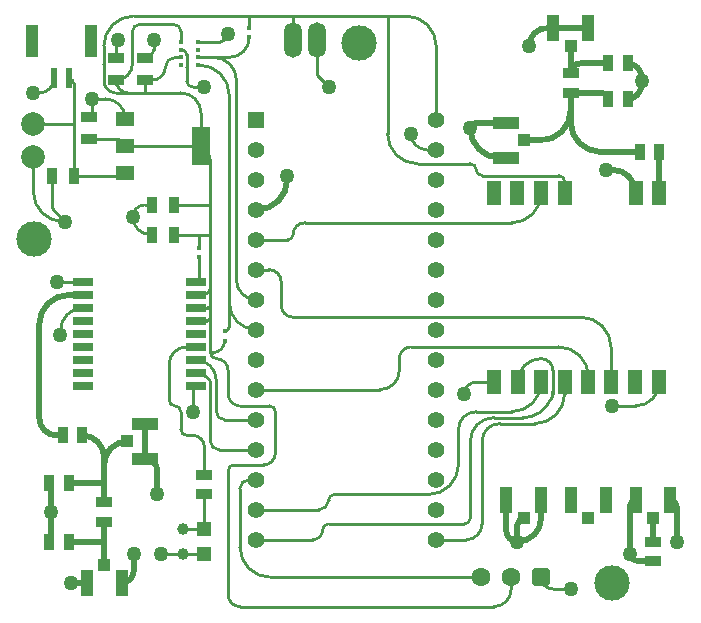
<source format=gbr>
G04*
G04 #@! TF.GenerationSoftware,Altium Limited,Altium Designer,24.6.1 (21)*
G04*
G04 Layer_Physical_Order=1*
G04 Layer_Color=255*
%FSLAX25Y25*%
%MOIN*%
G70*
G04*
G04 #@! TF.SameCoordinates,FB6864B3-348A-4B3C-8FDE-2C751703143F*
G04*
G04*
G04 #@! TF.FilePolarity,Positive*
G04*
G01*
G75*
%ADD11C,0.01000*%
%ADD21R,0.05000X0.07874*%
%ADD22R,0.01772X0.01772*%
%ADD23R,0.05315X0.03347*%
%ADD24R,0.05512X0.03740*%
%ADD25O,0.05906X0.11811*%
%ADD26R,0.03937X0.04134*%
%ADD27R,0.04134X0.08661*%
%ADD28R,0.03347X0.05315*%
%ADD29R,0.05906X0.04724*%
%ADD30R,0.05906X0.12992*%
%ADD31R,0.04134X0.03937*%
%ADD32R,0.08661X0.04134*%
%ADD33R,0.03740X0.05512*%
%ADD34R,0.04724X0.04724*%
%ADD35R,0.03937X0.10630*%
%ADD36R,0.02362X0.06693*%
%ADD41R,0.07087X0.02756*%
%ADD42R,0.07087X0.03150*%
%ADD46R,0.01378X0.01378*%
%ADD55R,0.05567X0.05567*%
%ADD56C,0.05567*%
%ADD58C,0.01968*%
%ADD59C,0.03937*%
%ADD60C,0.07874*%
%ADD61C,0.11811*%
G04:AMPARAMS|DCode=62|XSize=62.99mil|YSize=62.99mil|CornerRadius=15.75mil|HoleSize=0mil|Usage=FLASHONLY|Rotation=180.000|XOffset=0mil|YOffset=0mil|HoleType=Round|Shape=RoundedRectangle|*
%AMROUNDEDRECTD62*
21,1,0.06299,0.03150,0,0,180.0*
21,1,0.03150,0.06299,0,0,180.0*
1,1,0.03150,-0.01575,0.01575*
1,1,0.03150,0.01575,0.01575*
1,1,0.03150,0.01575,-0.01575*
1,1,0.03150,-0.01575,-0.01575*
%
%ADD62ROUNDEDRECTD62*%
%ADD63C,0.06299*%
%ADD64C,0.05000*%
D11*
X7874Y142283D02*
G03*
X17874Y132283I10000J0D01*
G01*
X103199Y36270D02*
G03*
X106299Y39370I0J3100D01*
G01*
X108268Y41339D02*
G03*
X106299Y39370I0J-1969D01*
G01*
X155512Y68898D02*
G03*
X149606Y62992I0J-5906D01*
G01*
X139606Y41339D02*
G03*
X149606Y51339I0J10000D01*
G01*
X167349Y68898D02*
G03*
X177213Y78762I0J9865D01*
G01*
X161417Y66929D02*
G03*
X153543Y59055I0J-7874D01*
G01*
X163386Y64961D02*
G03*
X157480Y59055I0J-5906D01*
G01*
X175039Y64961D02*
G03*
X185039Y74961I0J10000D01*
G01*
X171102Y66929D02*
G03*
X180213Y72807I0J10000D01*
G01*
X180886Y74294D02*
G03*
X181001Y74825I-1173J531D01*
G01*
X181003Y75509D02*
G03*
X181001Y75442I998J-71D01*
G01*
X181102Y82677D02*
G03*
X177165Y86614I-3937J0D01*
G01*
X181100Y76858D02*
G03*
X181102Y76929I-998J71D01*
G01*
X62008Y112222D02*
G03*
X62992Y113206I0J984D01*
G01*
X44980Y137795D02*
G03*
X41043Y133858I0J-3937D01*
G01*
D02*
G03*
X46949Y127953I5906J0D01*
G01*
X208709Y70866D02*
G03*
X216583Y78740I0J7874D01*
G01*
X133858Y161417D02*
G03*
X139006Y156270I5148J0D01*
G01*
X57087Y195669D02*
G03*
X54724Y198031I-2362J0D01*
G01*
X41390Y200787D02*
G03*
X31390Y190787I0J-10000D01*
G01*
X43307Y198031D02*
G03*
X40945Y195669I0J-2362D01*
G01*
X35433Y179429D02*
G03*
X39665Y175197I4232J0D01*
G01*
X31496Y179134D02*
G03*
X35433Y175197I3937J0D01*
G01*
Y179429D02*
G03*
X40945Y184941I0J5512D01*
G01*
X55118Y187008D02*
G03*
X51968Y183858I0J-3150D01*
G01*
X47539Y179429D02*
G03*
X51968Y183858I0J4429D01*
G01*
X66929Y88583D02*
G03*
X68898Y86614I1969J0D01*
G01*
X67716Y88583D02*
G03*
X71653Y92520I0J3937D01*
G01*
X185087Y145621D02*
G03*
X183071Y147638I-2017J0D01*
G01*
X125984Y161575D02*
G03*
X135984Y151575I10000J0D01*
G01*
X155512Y149606D02*
G03*
X153543Y151575I-1969J0D01*
G01*
X155512Y149606D02*
G03*
X157480Y147638I1969J0D01*
G01*
X31496Y184153D02*
G03*
X31449Y184456I-1000J0D01*
G01*
X31390Y184843D02*
G03*
X31449Y184456I1287J0D01*
G01*
X38583Y157480D02*
G03*
X36319Y159744I-2264J0D01*
G01*
X66929Y152362D02*
G03*
X61811Y157480I-5118J0D01*
G01*
X63779Y168504D02*
G03*
X57087Y175197I-6693J0D01*
G01*
X84646Y51181D02*
G03*
X88583Y55118I0J3937D01*
G01*
X72835Y74803D02*
G03*
X76772Y70866I3937J0D01*
G01*
X88583Y68898D02*
G03*
X86614Y70866I-1969J0D01*
G01*
X72835Y82677D02*
G03*
X68898Y86614I-3937J0D01*
G01*
X74803Y51181D02*
G03*
X72835Y49213I0J-1969D01*
G01*
X65765Y99229D02*
G03*
X66929Y100394I0J1164D01*
G01*
X66158Y103560D02*
G03*
X66929Y104331I0J771D01*
G01*
X64584Y107891D02*
G03*
X66929Y110236I0J2345D01*
G01*
X72835Y7874D02*
G03*
X76772Y3937I3937J0D01*
G01*
X161417D02*
G03*
X167165Y9685I0J5748D01*
G01*
X142205Y190787D02*
G03*
X132205Y200787I-10000J0D01*
G01*
X36220Y192913D02*
G03*
X35433Y192126I0J-787D01*
G01*
X45276Y186713D02*
G03*
X48031Y189469I0J2756D01*
G01*
X24606Y103560D02*
G03*
X16929Y95883I0J-7677D01*
G01*
X73228Y105246D02*
G03*
X82205Y96270I8976J0D01*
G01*
X71653Y95669D02*
G03*
X73228Y97244I0J1575D01*
G01*
X75590Y179528D02*
G03*
X68110Y187008I-7480J0D01*
G01*
X73228D02*
G03*
X79921Y193701I0J6693D01*
G01*
X152254Y26270D02*
G03*
X157480Y31496I0J5226D01*
G01*
X151575D02*
G03*
X153543Y33465I0J1969D01*
G01*
X192961Y80551D02*
G03*
X182961Y90551I-10000J0D01*
G01*
X155542Y78770D02*
G03*
X151575Y74803I0J-3967D01*
G01*
X177165Y86614D02*
G03*
X169339Y78788I0J-7826D01*
G01*
X123514Y76270D02*
G03*
X129921Y82677I0J6408D01*
G01*
X200461Y90394D02*
G03*
X190461Y100394I-10000J0D01*
G01*
X167341Y131890D02*
G03*
X177213Y141762I0J9872D01*
G01*
X70079Y192126D02*
G03*
X72835Y194882I0J2756D01*
G01*
X58937Y188272D02*
G03*
X57276Y189558I-1850J-673D01*
G01*
X38583Y166535D02*
G03*
X31890Y173228I-6693J0D01*
G01*
X26377Y167028D02*
G03*
X27559Y168210I0J1182D01*
G01*
X98425Y131890D02*
G03*
X94488Y127953I0J-3937D01*
G01*
X92805Y126270D02*
G03*
X94488Y127953I0J1683D01*
G01*
X90551Y104331D02*
G03*
X94488Y100394I3937J0D01*
G01*
X59055Y179134D02*
G03*
X61024Y177165I1969J0D01*
G01*
X37795Y147638D02*
G03*
X38583Y148425I0J787D01*
G01*
X73228Y174449D02*
G03*
X63228Y184449I-10000J0D01*
G01*
X75590Y112884D02*
G03*
X82205Y106270I6614J0D01*
G01*
X59058Y183650D02*
G03*
X59055Y183575I997J-80D01*
G01*
X59063Y187697D02*
G03*
X58985Y188137I-1287J0D01*
G01*
X59058Y183650D02*
G03*
X59063Y183760I-1283J110D01*
G01*
X57087Y68898D02*
G03*
X55118Y70866I-1969J0D01*
G01*
X62008Y77576D02*
G03*
X61024Y76591I0J-984D01*
G01*
X59072Y90568D02*
G03*
X53150Y84646I0J-5922D01*
G01*
Y72835D02*
G03*
X55118Y70866I1969J0D01*
G01*
X90551Y112205D02*
G03*
X86486Y116270I-4065J0D01*
G01*
X66929Y59055D02*
G03*
X69715Y56270I2785J0D01*
G01*
X68898Y68898D02*
G03*
X71526Y66270I2628J0D01*
G01*
X68898Y79347D02*
G03*
X62008Y86237I-6890J0D01*
G01*
X66929Y76985D02*
G03*
X66925Y77082I-1000J0D01*
G01*
X66839Y78954D02*
G03*
X66276Y80018I-1287J0D01*
G01*
X66839Y78012D02*
G03*
X66843Y77920I1000J5D01*
G01*
X64961Y57087D02*
G03*
X61024Y61024I-3937J0D01*
G01*
X57087Y62992D02*
G03*
X59055Y61024I1969J0D01*
G01*
X79734Y46270D02*
G03*
X76772Y43307I0J-2963D01*
G01*
Y23779D02*
G03*
X86772Y13780I10000J0D01*
G01*
X101073Y26270D02*
G03*
X104331Y29528I0J3258D01*
G01*
X106299Y31496D02*
G03*
X104331Y29528I0J-1969D01*
G01*
X9939Y175197D02*
G03*
X14762Y180020I0J4823D01*
G01*
X21358Y178345D02*
G03*
X19683Y180020I-1675J0D01*
G01*
X133858Y90551D02*
G03*
X129921Y86614I0J-3937D01*
G01*
X177165Y13780D02*
G03*
X181102Y9843I3937J0D01*
G01*
X64961Y29921D02*
Y29921D01*
X57874Y29921D02*
X64961D01*
X50394Y21654D02*
X57874D01*
X64961D01*
Y29921D02*
Y41339D01*
X17874Y132283D02*
X18504D01*
X7874Y142283D02*
Y153937D01*
X21358Y164961D02*
Y178345D01*
Y147638D02*
Y164961D01*
X7874D02*
X21358D01*
X14075Y136713D02*
Y147638D01*
Y136713D02*
X18504Y132283D01*
X82205Y36270D02*
X103199D01*
X106299Y39370D02*
Y39370D01*
X108268Y41339D02*
X139606D01*
X149606Y51339D02*
Y62992D01*
X155512Y68898D02*
X167349D01*
X163386Y64961D02*
X175039D01*
X185039Y74961D02*
Y78740D01*
X181001Y74825D02*
Y75442D01*
X181102Y76929D02*
Y82677D01*
X181003Y75509D02*
X181100Y76858D01*
X180213Y72807D02*
X180886Y74294D01*
X161417Y66929D02*
X171102D01*
X62992Y127953D02*
X66929D01*
X54823D02*
X62992D01*
Y123622D02*
Y127953D01*
Y113206D02*
Y120473D01*
X46949Y127953D02*
X47539D01*
X44980Y137795D02*
X47539D01*
X66929Y127953D02*
Y137795D01*
Y110236D02*
Y127953D01*
Y137795D02*
Y152362D01*
X54823Y137795D02*
X66929D01*
X200787Y70866D02*
X208709D01*
X139006Y156270D02*
X142205D01*
X102362Y181102D02*
Y192913D01*
Y181102D02*
X106299Y177165D01*
X94488Y200787D02*
X125984D01*
X79921D02*
X94488D01*
Y192913D02*
Y200787D01*
X57087Y192126D02*
Y195669D01*
X43307Y198031D02*
X54724D01*
X40945Y184941D02*
Y195669D01*
X55118Y187008D02*
X57087D01*
X45276Y179429D02*
X47539D01*
X66929Y88583D02*
X67716D01*
X66929D02*
Y100394D01*
X41390Y200787D02*
X79921D01*
Y196850D02*
Y200787D01*
X185087Y141762D02*
Y145621D01*
X142205Y166270D02*
Y190787D01*
X157480Y147638D02*
X183071D01*
X135984Y151575D02*
X153543D01*
X35433Y175197D02*
X39665D01*
X31390Y184843D02*
Y190787D01*
X39665Y175197D02*
X45276D01*
Y179429D01*
X31496Y179134D02*
Y184153D01*
X63779Y157480D02*
Y168504D01*
X38583Y157480D02*
X61811D01*
X63779D01*
X26377Y159744D02*
X36319D01*
X45276Y175197D02*
X57087D01*
X74803Y51181D02*
X84646D01*
X76772Y70866D02*
X86614D01*
X88583Y55118D02*
Y68898D01*
X72835Y74803D02*
Y82677D01*
X62008Y99229D02*
X65765D01*
X66929Y100394D02*
Y104331D01*
X62008Y103560D02*
X66158D01*
X66929Y104331D02*
Y110236D01*
X62008Y107891D02*
X64584D01*
X76772Y3937D02*
X161417D01*
X167165Y9685D02*
Y13780D01*
X125984Y200787D02*
X132205D01*
X125984Y161575D02*
Y200787D01*
X72835Y7874D02*
Y49213D01*
X35433Y186713D02*
Y192126D01*
X48031Y189469D02*
Y192913D01*
X16929Y94488D02*
Y95883D01*
X73228Y105246D02*
Y174449D01*
Y97244D02*
Y105246D01*
X62795Y187008D02*
X68110D01*
X73228D01*
X153543Y33465D02*
Y59055D01*
X133858Y90551D02*
X182961D01*
X192961Y78770D02*
Y80551D01*
X200461Y78770D02*
Y90394D01*
X129921Y82677D02*
Y86614D01*
X169339Y78740D02*
Y78788D01*
X155542Y78770D02*
X161465D01*
X142205Y26270D02*
X152254D01*
X157480Y31496D02*
Y59055D01*
X94488Y100394D02*
X190461D01*
X98425Y131890D02*
X167341D01*
X57087Y189567D02*
X57276Y189558D01*
X27559Y173228D02*
X31890D01*
X27559Y168210D02*
Y173228D01*
X82205Y126270D02*
X92805D01*
X24606Y112205D02*
Y112222D01*
X59055Y179134D02*
Y183575D01*
X21358Y147638D02*
X37795D01*
X61024Y177165D02*
X64961D01*
X62795Y192126D02*
X70079D01*
X62795Y184449D02*
X63228D01*
X75590Y112884D02*
Y179528D01*
X59063Y183760D02*
Y187697D01*
X58936Y188272D02*
X58985Y188137D01*
X15748Y112205D02*
X24606D01*
X53150Y72835D02*
Y84646D01*
X59072Y90568D02*
X62008D01*
Y81906D02*
X65051Y80853D01*
X82205Y116270D02*
X86486D01*
X90551Y104331D02*
Y112205D01*
X66929Y59055D02*
Y76985D01*
X66839Y78012D02*
Y78012D01*
Y78954D01*
X68898Y68898D02*
Y79347D01*
X71526Y66270D02*
X82205D01*
X64961Y47835D02*
Y57087D01*
X65051Y80853D02*
X66276Y80018D01*
X66843Y77920D02*
X66925Y77082D01*
X61024Y68898D02*
Y76591D01*
X57087Y62992D02*
Y68898D01*
X59055Y61024D02*
X61024D01*
X69715Y56270D02*
X82205D01*
X79734Y46270D02*
X82205D01*
X76772Y23779D02*
Y43307D01*
X86772Y13780D02*
X157165D01*
X82205Y26270D02*
X101073D01*
X7874Y175197D02*
X9939D01*
X106299Y31496D02*
X151575D01*
X82205Y76270D02*
X123514D01*
X181102Y9843D02*
X187008D01*
D21*
X185087Y141762D02*
D03*
X185039Y78740D02*
D03*
X200461Y78770D02*
D03*
X192961D02*
D03*
X177213Y78762D02*
D03*
X169339Y78740D02*
D03*
X216583D02*
D03*
X161465Y78770D02*
D03*
X208709Y141762D02*
D03*
X208459Y78762D02*
D03*
X161465Y141770D02*
D03*
X168965D02*
D03*
X177213Y141762D02*
D03*
X216583D02*
D03*
D22*
X62992Y123622D02*
D03*
Y120473D02*
D03*
X71653Y95669D02*
D03*
Y92520D02*
D03*
X79921Y196850D02*
D03*
Y193701D02*
D03*
D23*
X64961Y41339D02*
D03*
Y47835D02*
D03*
X187008Y181693D02*
D03*
Y175197D02*
D03*
X31496Y32185D02*
D03*
Y38681D02*
D03*
X214567Y19094D02*
D03*
Y25591D02*
D03*
D24*
X26377Y159744D02*
D03*
Y167028D02*
D03*
X45276Y186713D02*
D03*
Y179429D02*
D03*
X35433Y186713D02*
D03*
Y179429D02*
D03*
D25*
X102362Y192913D02*
D03*
X94488D02*
D03*
D26*
X187008Y190847D02*
D03*
X171358Y33366D02*
D03*
X192913D02*
D03*
X214469D02*
D03*
X31496Y17815D02*
D03*
D27*
X192815Y196850D02*
D03*
X181201D02*
D03*
X177165Y39370D02*
D03*
X165551D02*
D03*
X198721D02*
D03*
X187106D02*
D03*
X208661D02*
D03*
X220276D02*
D03*
X37303Y11811D02*
D03*
X25689D02*
D03*
D28*
X206004Y185039D02*
D03*
X199508D02*
D03*
X206004Y173228D02*
D03*
X199508D02*
D03*
X210039Y155512D02*
D03*
X216535D02*
D03*
X13189Y45276D02*
D03*
X19685D02*
D03*
Y25591D02*
D03*
X13189D02*
D03*
X17717Y61024D02*
D03*
X24213D02*
D03*
D29*
X38583Y166535D02*
D03*
Y157480D02*
D03*
Y148425D02*
D03*
D30*
X63779Y157480D02*
D03*
D31*
X171358Y159350D02*
D03*
X39272Y59055D02*
D03*
D32*
X165354Y165157D02*
D03*
Y153543D02*
D03*
X45276Y64862D02*
D03*
Y53248D02*
D03*
D33*
X54823Y137795D02*
D03*
X47539D02*
D03*
X21358Y147638D02*
D03*
X14075D02*
D03*
X54823Y127953D02*
D03*
X47539D02*
D03*
D34*
X64961Y29921D02*
D03*
Y21654D02*
D03*
D35*
X26967Y192618D02*
D03*
X7478D02*
D03*
D36*
X19683Y180020D02*
D03*
X14762D02*
D03*
D41*
X62008Y77576D02*
D03*
Y112222D02*
D03*
X24606D02*
D03*
Y77576D02*
D03*
D42*
X62008Y81906D02*
D03*
Y86237D02*
D03*
Y90568D02*
D03*
Y94899D02*
D03*
Y99229D02*
D03*
Y103560D02*
D03*
Y107891D02*
D03*
X24606D02*
D03*
Y103560D02*
D03*
Y99229D02*
D03*
Y94899D02*
D03*
Y90568D02*
D03*
Y86237D02*
D03*
Y81906D02*
D03*
D46*
X57087Y192126D02*
D03*
Y189567D02*
D03*
Y187008D02*
D03*
Y184449D02*
D03*
X62795D02*
D03*
Y187008D02*
D03*
Y189567D02*
D03*
Y192126D02*
D03*
D55*
X82205Y166270D02*
D03*
D56*
Y156270D02*
D03*
Y146270D02*
D03*
Y136270D02*
D03*
Y126270D02*
D03*
Y116270D02*
D03*
Y106270D02*
D03*
Y96270D02*
D03*
Y86270D02*
D03*
Y76270D02*
D03*
Y66270D02*
D03*
Y56270D02*
D03*
Y46270D02*
D03*
Y36270D02*
D03*
Y26270D02*
D03*
X142205D02*
D03*
Y36270D02*
D03*
Y46270D02*
D03*
Y56270D02*
D03*
Y66270D02*
D03*
Y76270D02*
D03*
Y86270D02*
D03*
Y96270D02*
D03*
Y106270D02*
D03*
Y116270D02*
D03*
Y126270D02*
D03*
Y136270D02*
D03*
Y146270D02*
D03*
Y156270D02*
D03*
Y166270D02*
D03*
D58*
X9843Y66929D02*
G03*
X15748Y61024I5906J0D01*
G01*
X19842Y107891D02*
G03*
X9843Y97891I0J-10000D01*
G01*
X171358Y33366D02*
G03*
X169291Y31299I0J-2067D01*
G01*
X165551Y29331D02*
G03*
X169291Y25591I3740J0D01*
G01*
D02*
G03*
X177165Y33465I0J7874D01*
G01*
X214567Y33268D02*
G03*
X214469Y33366I-98J0D01*
G01*
X208661Y39370D02*
G03*
X206693Y37402I0J-1969D01*
G01*
Y21654D02*
G03*
X209252Y19094I2559J0D01*
G01*
X190354Y185039D02*
G03*
X187008Y181693I0J-3347D01*
G01*
X199508Y173228D02*
G03*
X197539Y175197I-1969J0D01*
G01*
X206004Y173228D02*
G03*
X210630Y177854I0J4626D01*
G01*
Y180413D02*
G03*
X206004Y185039I-4626J0D01*
G01*
X208709Y141762D02*
G03*
X200865Y149606I-7844J0D01*
G01*
X177008Y159350D02*
G03*
X187008Y169350I0J10000D01*
G01*
Y165512D02*
G03*
X197008Y155512I10000J0D01*
G01*
X222441Y37205D02*
G03*
X220276Y39370I-2165J0D01*
G01*
X153543Y163386D02*
G03*
X163386Y153543I9843J0D01*
G01*
X155315Y165157D02*
G03*
X153543Y163386I0J-1772D01*
G01*
X179134Y196850D02*
G03*
X173228Y190945I0J-5906D01*
G01*
X82520Y136270D02*
G03*
X92520Y146270I0J10000D01*
G01*
X31496Y44980D02*
G03*
X31201Y45276I-295J0D01*
G01*
X39272Y59055D02*
G03*
X31496Y51279I0J-7776D01*
G01*
Y53740D02*
G03*
X24213Y61024I-7283J0D01*
G01*
X13780Y44685D02*
G03*
X13189Y45276I-591J0D01*
G01*
Y25591D02*
G03*
X13780Y26181I0J591D01*
G01*
X49213Y49311D02*
G03*
X45276Y53248I-3937J0D01*
G01*
X37303Y11811D02*
G03*
X41339Y15846I0J4035D01*
G01*
X20472Y11811D02*
X25689D01*
X15748Y61024D02*
X17717D01*
X9843Y66929D02*
Y97891D01*
X19842Y107891D02*
X24606D01*
X165551Y29331D02*
Y39370D01*
X169291Y25591D02*
Y31299D01*
X177165Y33465D02*
Y39370D01*
X214567Y25591D02*
Y33268D01*
X206693Y21654D02*
Y37402D01*
X209252Y19094D02*
X214567D01*
X187008Y181693D02*
Y190847D01*
X190354Y185039D02*
X199508D01*
X187008Y175197D02*
X197539D01*
X206004Y173228D02*
Y174213D01*
X210630Y177854D02*
Y179134D01*
Y180413D01*
X216583Y141762D02*
Y155512D01*
X197008D02*
X210039D01*
X198819Y149606D02*
X200865D01*
X216535Y155512D02*
X216583D01*
X187008Y165512D02*
Y169350D01*
X222441Y25591D02*
Y37205D01*
X163386Y153543D02*
X165354D01*
X155315Y165157D02*
X165354D01*
X181201Y196850D02*
X192815D01*
X171358Y159350D02*
X177008D01*
X187008Y169350D02*
Y175197D01*
X179134Y196850D02*
X181201D01*
X82205Y136270D02*
X82520D01*
X92520Y146270D02*
Y147638D01*
X31496Y38681D02*
Y44980D01*
X19685Y45276D02*
X31201D01*
X31496Y51279D02*
Y53740D01*
Y44980D02*
Y51279D01*
X13780Y35433D02*
Y44685D01*
Y26181D02*
Y35433D01*
X45276Y53248D02*
Y64862D01*
X49213Y41339D02*
Y49311D01*
X31496Y25591D02*
Y32185D01*
Y17815D02*
Y25591D01*
X19685D02*
X31496D01*
X41339Y15846D02*
Y21654D01*
D59*
X57874D02*
D03*
Y29921D02*
D03*
D60*
X7874Y153937D02*
D03*
Y164961D02*
D03*
D61*
X8268Y126378D02*
D03*
X116535Y191732D02*
D03*
X200787Y11811D02*
D03*
D62*
X177165Y13780D02*
D03*
D63*
X167165D02*
D03*
X157165D02*
D03*
D64*
X50394Y21654D02*
D03*
X18504Y132283D02*
D03*
X200787Y70866D02*
D03*
X133858Y161417D02*
D03*
X106299Y177165D02*
D03*
X36220Y192913D02*
D03*
X48031D02*
D03*
X16929Y94488D02*
D03*
X20472Y11811D02*
D03*
X13780Y35433D02*
D03*
X198819Y149606D02*
D03*
X210630Y179134D02*
D03*
X187008Y9843D02*
D03*
X206693Y21654D02*
D03*
X153543Y163386D02*
D03*
X222441Y25591D02*
D03*
X151575Y74803D02*
D03*
X169291Y25591D02*
D03*
X15748Y112205D02*
D03*
X61024Y68898D02*
D03*
X49213Y41339D02*
D03*
X41339Y21654D02*
D03*
X64961Y177165D02*
D03*
X7874Y175197D02*
D03*
X27559Y173228D02*
D03*
X92520Y147638D02*
D03*
X41043Y133858D02*
D03*
X72835Y194882D02*
D03*
X173228Y190945D02*
D03*
M02*

</source>
